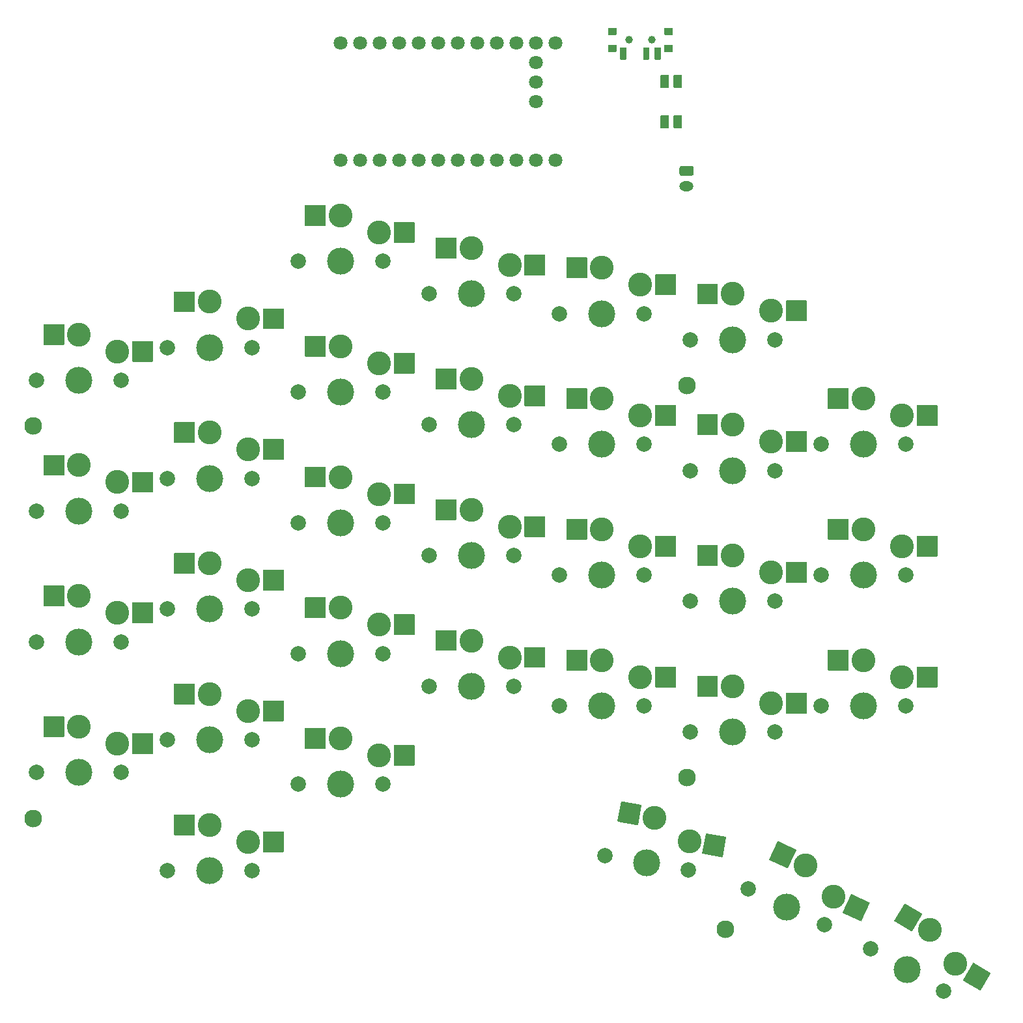
<source format=gbs>
G04 #@! TF.GenerationSoftware,KiCad,Pcbnew,8.0.8+1*
G04 #@! TF.CreationDate,2025-08-10T15:44:02+00:00*
G04 #@! TF.ProjectId,left_pcb,6c656674-5f70-4636-922e-6b696361645f,v0.2*
G04 #@! TF.SameCoordinates,Original*
G04 #@! TF.FileFunction,Soldermask,Bot*
G04 #@! TF.FilePolarity,Negative*
%FSLAX46Y46*%
G04 Gerber Fmt 4.6, Leading zero omitted, Abs format (unit mm)*
G04 Created by KiCad (PCBNEW 8.0.8+1) date 2025-08-10 15:44:02*
%MOMM*%
%LPD*%
G01*
G04 APERTURE LIST*
%ADD10C,1.800000*%
%ADD11C,2.300000*%
%ADD12O,1.850000X1.300000*%
%ADD13C,2.000000*%
%ADD14C,3.100000*%
%ADD15C,3.500000*%
%ADD16C,1.000000*%
G04 APERTURE END LIST*
D10*
X69050000Y-38150000D03*
X71590000Y-38150000D03*
X74130000Y-38150000D03*
X76670000Y-38150000D03*
X79210000Y-38150000D03*
X81750000Y-38150000D03*
X84290000Y-38150000D03*
X86830000Y-38150000D03*
X89370000Y-38150000D03*
X91910000Y-38150000D03*
X94450000Y-38150000D03*
X96990000Y-38150000D03*
X96990000Y-53390000D03*
X94450000Y-53390000D03*
X91910000Y-53390000D03*
X89370000Y-53390000D03*
X86830000Y-53390000D03*
X84290000Y-53390000D03*
X81750000Y-53390000D03*
X79210000Y-53390000D03*
X76670000Y-53390000D03*
X74130000Y-53390000D03*
X71590000Y-53390000D03*
X69050000Y-53390000D03*
X94450000Y-40690000D03*
X94450000Y-43230000D03*
X94450000Y-45770000D03*
D11*
X29050000Y-138950000D03*
G36*
G01*
X113335000Y-54120000D02*
X114665000Y-54120000D01*
G75*
G02*
X114925000Y-54380000I0J-260000D01*
G01*
X114925000Y-55160000D01*
G75*
G02*
X114665000Y-55420000I-260000J0D01*
G01*
X113335000Y-55420000D01*
G75*
G02*
X113075000Y-55160000I0J260000D01*
G01*
X113075000Y-54380000D01*
G75*
G02*
X113335000Y-54120000I260000J0D01*
G01*
G37*
D12*
X114000000Y-56770000D03*
D11*
X114050000Y-82680000D03*
X29050000Y-87950000D03*
X114050000Y-133680000D03*
X119063618Y-153343467D03*
D13*
X80500000Y-70780000D03*
D14*
X86000000Y-64830000D03*
D15*
X86000000Y-70780000D03*
D14*
X91000000Y-67030000D03*
D13*
X91500000Y-70780000D03*
G36*
G01*
X81375000Y-66130000D02*
X81375000Y-63530000D01*
G75*
G02*
X81425000Y-63480000I50000J0D01*
G01*
X84025000Y-63480000D01*
G75*
G02*
X84075000Y-63530000I0J-50000D01*
G01*
X84075000Y-66130000D01*
G75*
G02*
X84025000Y-66180000I-50000J0D01*
G01*
X81425000Y-66180000D01*
G75*
G02*
X81375000Y-66130000I0J50000D01*
G01*
G37*
G36*
G01*
X92925000Y-68330000D02*
X92925000Y-65730000D01*
G75*
G02*
X92975000Y-65680000I50000J0D01*
G01*
X95575000Y-65680000D01*
G75*
G02*
X95625000Y-65730000I0J-50000D01*
G01*
X95625000Y-68330000D01*
G75*
G02*
X95575000Y-68380000I-50000J0D01*
G01*
X92975000Y-68380000D01*
G75*
G02*
X92925000Y-68330000I0J50000D01*
G01*
G37*
X63500000Y-83530000D03*
D14*
X69000000Y-77580000D03*
D15*
X69000000Y-83530000D03*
D14*
X74000000Y-79780000D03*
D13*
X74500000Y-83530000D03*
G36*
G01*
X64375000Y-78880000D02*
X64375000Y-76280000D01*
G75*
G02*
X64425000Y-76230000I50000J0D01*
G01*
X67025000Y-76230000D01*
G75*
G02*
X67075000Y-76280000I0J-50000D01*
G01*
X67075000Y-78880000D01*
G75*
G02*
X67025000Y-78930000I-50000J0D01*
G01*
X64425000Y-78930000D01*
G75*
G02*
X64375000Y-78880000I0J50000D01*
G01*
G37*
G36*
G01*
X75925000Y-81080000D02*
X75925000Y-78480000D01*
G75*
G02*
X75975000Y-78430000I50000J0D01*
G01*
X78575000Y-78430000D01*
G75*
G02*
X78625000Y-78480000I0J-50000D01*
G01*
X78625000Y-81080000D01*
G75*
G02*
X78575000Y-81130000I-50000J0D01*
G01*
X75975000Y-81130000D01*
G75*
G02*
X75925000Y-81080000I0J50000D01*
G01*
G37*
X137930165Y-155900170D03*
D14*
X145668305Y-153497319D03*
D15*
X142693305Y-158650170D03*
D14*
X148898432Y-157902575D03*
D13*
X147456445Y-161400170D03*
G36*
G01*
X141012938Y-152310652D02*
X142312938Y-150058986D01*
G75*
G02*
X142381239Y-150040685I43301J-25000D01*
G01*
X144632905Y-151340685D01*
G75*
G02*
X144651206Y-151408986I-25000J-43301D01*
G01*
X143351206Y-153660652D01*
G75*
G02*
X143282905Y-153678953I-43301J25000D01*
G01*
X141031239Y-152378953D01*
G75*
G02*
X141012938Y-152310652I25000J43301D01*
G01*
G37*
G36*
G01*
X149915531Y-159990908D02*
X151215531Y-157739242D01*
G75*
G02*
X151283832Y-157720941I43301J-25000D01*
G01*
X153535498Y-159020941D01*
G75*
G02*
X153553799Y-159089242I-25000J-43301D01*
G01*
X152253799Y-161340908D01*
G75*
G02*
X152185498Y-161359209I-43301J25000D01*
G01*
X149933832Y-160059209D01*
G75*
G02*
X149915531Y-159990908I25000J43301D01*
G01*
G37*
X114500000Y-76730000D03*
D14*
X120000000Y-70780000D03*
D15*
X120000000Y-76730000D03*
D14*
X125000000Y-72980000D03*
D13*
X125500000Y-76730000D03*
G36*
G01*
X115375000Y-72080000D02*
X115375000Y-69480000D01*
G75*
G02*
X115425000Y-69430000I50000J0D01*
G01*
X118025000Y-69430000D01*
G75*
G02*
X118075000Y-69480000I0J-50000D01*
G01*
X118075000Y-72080000D01*
G75*
G02*
X118025000Y-72130000I-50000J0D01*
G01*
X115425000Y-72130000D01*
G75*
G02*
X115375000Y-72080000I0J50000D01*
G01*
G37*
G36*
G01*
X126925000Y-74280000D02*
X126925000Y-71680000D01*
G75*
G02*
X126975000Y-71630000I50000J0D01*
G01*
X129575000Y-71630000D01*
G75*
G02*
X129625000Y-71680000I0J-50000D01*
G01*
X129625000Y-74280000D01*
G75*
G02*
X129575000Y-74330000I-50000J0D01*
G01*
X126975000Y-74330000D01*
G75*
G02*
X126925000Y-74280000I0J50000D01*
G01*
G37*
X63500000Y-134530000D03*
D14*
X69000000Y-128580000D03*
D15*
X69000000Y-134530000D03*
D14*
X74000000Y-130780000D03*
D13*
X74500000Y-134530000D03*
G36*
G01*
X64375000Y-129880000D02*
X64375000Y-127280000D01*
G75*
G02*
X64425000Y-127230000I50000J0D01*
G01*
X67025000Y-127230000D01*
G75*
G02*
X67075000Y-127280000I0J-50000D01*
G01*
X67075000Y-129880000D01*
G75*
G02*
X67025000Y-129930000I-50000J0D01*
G01*
X64425000Y-129930000D01*
G75*
G02*
X64375000Y-129880000I0J50000D01*
G01*
G37*
G36*
G01*
X75925000Y-132080000D02*
X75925000Y-129480000D01*
G75*
G02*
X75975000Y-129430000I50000J0D01*
G01*
X78575000Y-129430000D01*
G75*
G02*
X78625000Y-129480000I0J-50000D01*
G01*
X78625000Y-132080000D01*
G75*
G02*
X78575000Y-132130000I-50000J0D01*
G01*
X75975000Y-132130000D01*
G75*
G02*
X75925000Y-132080000I0J50000D01*
G01*
G37*
X46500000Y-111750000D03*
D14*
X52000000Y-105800000D03*
D15*
X52000000Y-111750000D03*
D14*
X57000000Y-108000000D03*
D13*
X57500000Y-111750000D03*
G36*
G01*
X47375000Y-107100000D02*
X47375000Y-104500000D01*
G75*
G02*
X47425000Y-104450000I50000J0D01*
G01*
X50025000Y-104450000D01*
G75*
G02*
X50075000Y-104500000I0J-50000D01*
G01*
X50075000Y-107100000D01*
G75*
G02*
X50025000Y-107150000I-50000J0D01*
G01*
X47425000Y-107150000D01*
G75*
G02*
X47375000Y-107100000I0J50000D01*
G01*
G37*
G36*
G01*
X58925000Y-109300000D02*
X58925000Y-106700000D01*
G75*
G02*
X58975000Y-106650000I50000J0D01*
G01*
X61575000Y-106650000D01*
G75*
G02*
X61625000Y-106700000I0J-50000D01*
G01*
X61625000Y-109300000D01*
G75*
G02*
X61575000Y-109350000I-50000J0D01*
G01*
X58975000Y-109350000D01*
G75*
G02*
X58925000Y-109300000I0J50000D01*
G01*
G37*
X97500000Y-107330000D03*
D14*
X103000000Y-101380000D03*
D15*
X103000000Y-107330000D03*
D14*
X108000000Y-103580000D03*
D13*
X108500000Y-107330000D03*
G36*
G01*
X98375000Y-102680000D02*
X98375000Y-100080000D01*
G75*
G02*
X98425000Y-100030000I50000J0D01*
G01*
X101025000Y-100030000D01*
G75*
G02*
X101075000Y-100080000I0J-50000D01*
G01*
X101075000Y-102680000D01*
G75*
G02*
X101025000Y-102730000I-50000J0D01*
G01*
X98425000Y-102730000D01*
G75*
G02*
X98375000Y-102680000I0J50000D01*
G01*
G37*
G36*
G01*
X109925000Y-104880000D02*
X109925000Y-102280000D01*
G75*
G02*
X109975000Y-102230000I50000J0D01*
G01*
X112575000Y-102230000D01*
G75*
G02*
X112625000Y-102280000I0J-50000D01*
G01*
X112625000Y-104880000D01*
G75*
G02*
X112575000Y-104930000I-50000J0D01*
G01*
X109975000Y-104930000D01*
G75*
G02*
X109925000Y-104880000I0J50000D01*
G01*
G37*
X114500000Y-127730000D03*
D14*
X120000000Y-121780000D03*
D15*
X120000000Y-127730000D03*
D14*
X125000000Y-123980000D03*
D13*
X125500000Y-127730000D03*
G36*
G01*
X115375000Y-123080000D02*
X115375000Y-120480000D01*
G75*
G02*
X115425000Y-120430000I50000J0D01*
G01*
X118025000Y-120430000D01*
G75*
G02*
X118075000Y-120480000I0J-50000D01*
G01*
X118075000Y-123080000D01*
G75*
G02*
X118025000Y-123130000I-50000J0D01*
G01*
X115425000Y-123130000D01*
G75*
G02*
X115375000Y-123080000I0J50000D01*
G01*
G37*
G36*
G01*
X126925000Y-125280000D02*
X126925000Y-122680000D01*
G75*
G02*
X126975000Y-122630000I50000J0D01*
G01*
X129575000Y-122630000D01*
G75*
G02*
X129625000Y-122680000I0J-50000D01*
G01*
X129625000Y-125280000D01*
G75*
G02*
X129575000Y-125330000I-50000J0D01*
G01*
X126975000Y-125330000D01*
G75*
G02*
X126925000Y-125280000I0J50000D01*
G01*
G37*
X131500000Y-90330000D03*
D14*
X137000000Y-84380000D03*
D15*
X137000000Y-90330000D03*
D14*
X142000000Y-86580000D03*
D13*
X142500000Y-90330000D03*
G36*
G01*
X132375000Y-85680000D02*
X132375000Y-83080000D01*
G75*
G02*
X132425000Y-83030000I50000J0D01*
G01*
X135025000Y-83030000D01*
G75*
G02*
X135075000Y-83080000I0J-50000D01*
G01*
X135075000Y-85680000D01*
G75*
G02*
X135025000Y-85730000I-50000J0D01*
G01*
X132425000Y-85730000D01*
G75*
G02*
X132375000Y-85680000I0J50000D01*
G01*
G37*
G36*
G01*
X143925000Y-87880000D02*
X143925000Y-85280000D01*
G75*
G02*
X143975000Y-85230000I50000J0D01*
G01*
X146575000Y-85230000D01*
G75*
G02*
X146625000Y-85280000I0J-50000D01*
G01*
X146625000Y-87880000D01*
G75*
G02*
X146575000Y-87930000I-50000J0D01*
G01*
X143975000Y-87930000D01*
G75*
G02*
X143925000Y-87880000I0J50000D01*
G01*
G37*
X131500000Y-107330000D03*
D14*
X137000000Y-101380000D03*
D15*
X137000000Y-107330000D03*
D14*
X142000000Y-103580000D03*
D13*
X142500000Y-107330000D03*
G36*
G01*
X132375000Y-102680000D02*
X132375000Y-100080000D01*
G75*
G02*
X132425000Y-100030000I50000J0D01*
G01*
X135025000Y-100030000D01*
G75*
G02*
X135075000Y-100080000I0J-50000D01*
G01*
X135075000Y-102680000D01*
G75*
G02*
X135025000Y-102730000I-50000J0D01*
G01*
X132425000Y-102730000D01*
G75*
G02*
X132375000Y-102680000I0J50000D01*
G01*
G37*
G36*
G01*
X143925000Y-104880000D02*
X143925000Y-102280000D01*
G75*
G02*
X143975000Y-102230000I50000J0D01*
G01*
X146575000Y-102230000D01*
G75*
G02*
X146625000Y-102280000I0J-50000D01*
G01*
X146625000Y-104880000D01*
G75*
G02*
X146575000Y-104930000I-50000J0D01*
G01*
X143975000Y-104930000D01*
G75*
G02*
X143925000Y-104880000I0J50000D01*
G01*
G37*
X46500000Y-77750000D03*
D14*
X52000000Y-71800000D03*
D15*
X52000000Y-77750000D03*
D14*
X57000000Y-74000000D03*
D13*
X57500000Y-77750000D03*
G36*
G01*
X47375000Y-73100000D02*
X47375000Y-70500000D01*
G75*
G02*
X47425000Y-70450000I50000J0D01*
G01*
X50025000Y-70450000D01*
G75*
G02*
X50075000Y-70500000I0J-50000D01*
G01*
X50075000Y-73100000D01*
G75*
G02*
X50025000Y-73150000I-50000J0D01*
G01*
X47425000Y-73150000D01*
G75*
G02*
X47375000Y-73100000I0J50000D01*
G01*
G37*
G36*
G01*
X58925000Y-75300000D02*
X58925000Y-72700000D01*
G75*
G02*
X58975000Y-72650000I50000J0D01*
G01*
X61575000Y-72650000D01*
G75*
G02*
X61625000Y-72700000I0J-50000D01*
G01*
X61625000Y-75300000D01*
G75*
G02*
X61575000Y-75350000I-50000J0D01*
G01*
X58975000Y-75350000D01*
G75*
G02*
X58925000Y-75300000I0J50000D01*
G01*
G37*
X121986035Y-148141114D03*
D14*
X129485307Y-145072983D03*
D15*
X126970728Y-150465514D03*
D14*
X133087085Y-149179951D03*
D13*
X131955421Y-152789914D03*
G36*
G01*
X124744230Y-144296573D02*
X125843038Y-141940173D01*
G75*
G02*
X125909484Y-141915989I45315J-21131D01*
G01*
X128265884Y-143014797D01*
G75*
G02*
X128290068Y-143081243I-21131J-45315D01*
G01*
X127191260Y-145437643D01*
G75*
G02*
X127124814Y-145461827I-45315J21131D01*
G01*
X124768414Y-144363019D01*
G75*
G02*
X124744230Y-144296573I21131J45315D01*
G01*
G37*
G36*
G01*
X134282324Y-151171691D02*
X135381132Y-148815291D01*
G75*
G02*
X135447578Y-148791107I45315J-21131D01*
G01*
X137803978Y-149889915D01*
G75*
G02*
X137828162Y-149956361I-21131J-45315D01*
G01*
X136729354Y-152312761D01*
G75*
G02*
X136662908Y-152336945I-45315J21131D01*
G01*
X134306508Y-151238137D01*
G75*
G02*
X134282324Y-151171691I21131J45315D01*
G01*
G37*
X80500000Y-104780000D03*
D14*
X86000000Y-98830000D03*
D15*
X86000000Y-104780000D03*
D14*
X91000000Y-101030000D03*
D13*
X91500000Y-104780000D03*
G36*
G01*
X81375000Y-100130000D02*
X81375000Y-97530000D01*
G75*
G02*
X81425000Y-97480000I50000J0D01*
G01*
X84025000Y-97480000D01*
G75*
G02*
X84075000Y-97530000I0J-50000D01*
G01*
X84075000Y-100130000D01*
G75*
G02*
X84025000Y-100180000I-50000J0D01*
G01*
X81425000Y-100180000D01*
G75*
G02*
X81375000Y-100130000I0J50000D01*
G01*
G37*
G36*
G01*
X92925000Y-102330000D02*
X92925000Y-99730000D01*
G75*
G02*
X92975000Y-99680000I50000J0D01*
G01*
X95575000Y-99680000D01*
G75*
G02*
X95625000Y-99730000I0J-50000D01*
G01*
X95625000Y-102330000D01*
G75*
G02*
X95575000Y-102380000I-50000J0D01*
G01*
X92975000Y-102380000D01*
G75*
G02*
X92925000Y-102330000I0J50000D01*
G01*
G37*
X80500000Y-121780000D03*
D14*
X86000000Y-115830000D03*
D15*
X86000000Y-121780000D03*
D14*
X91000000Y-118030000D03*
D13*
X91500000Y-121780000D03*
G36*
G01*
X81375000Y-117130000D02*
X81375000Y-114530000D01*
G75*
G02*
X81425000Y-114480000I50000J0D01*
G01*
X84025000Y-114480000D01*
G75*
G02*
X84075000Y-114530000I0J-50000D01*
G01*
X84075000Y-117130000D01*
G75*
G02*
X84025000Y-117180000I-50000J0D01*
G01*
X81425000Y-117180000D01*
G75*
G02*
X81375000Y-117130000I0J50000D01*
G01*
G37*
G36*
G01*
X92925000Y-119330000D02*
X92925000Y-116730000D01*
G75*
G02*
X92975000Y-116680000I50000J0D01*
G01*
X95575000Y-116680000D01*
G75*
G02*
X95625000Y-116730000I0J-50000D01*
G01*
X95625000Y-119330000D01*
G75*
G02*
X95575000Y-119380000I-50000J0D01*
G01*
X92975000Y-119380000D01*
G75*
G02*
X92925000Y-119330000I0J50000D01*
G01*
G37*
X131500000Y-124330000D03*
D14*
X137000000Y-118380000D03*
D15*
X137000000Y-124330000D03*
D14*
X142000000Y-120580000D03*
D13*
X142500000Y-124330000D03*
G36*
G01*
X132375000Y-119680000D02*
X132375000Y-117080000D01*
G75*
G02*
X132425000Y-117030000I50000J0D01*
G01*
X135025000Y-117030000D01*
G75*
G02*
X135075000Y-117080000I0J-50000D01*
G01*
X135075000Y-119680000D01*
G75*
G02*
X135025000Y-119730000I-50000J0D01*
G01*
X132425000Y-119730000D01*
G75*
G02*
X132375000Y-119680000I0J50000D01*
G01*
G37*
G36*
G01*
X143925000Y-121880000D02*
X143925000Y-119280000D01*
G75*
G02*
X143975000Y-119230000I50000J0D01*
G01*
X146575000Y-119230000D01*
G75*
G02*
X146625000Y-119280000I0J-50000D01*
G01*
X146625000Y-121880000D01*
G75*
G02*
X146575000Y-121930000I-50000J0D01*
G01*
X143975000Y-121930000D01*
G75*
G02*
X143925000Y-121880000I0J50000D01*
G01*
G37*
X29500000Y-116000000D03*
D14*
X35000000Y-110050000D03*
D15*
X35000000Y-116000000D03*
D14*
X40000000Y-112250000D03*
D13*
X40500000Y-116000000D03*
G36*
G01*
X30375000Y-111350000D02*
X30375000Y-108750000D01*
G75*
G02*
X30425000Y-108700000I50000J0D01*
G01*
X33025000Y-108700000D01*
G75*
G02*
X33075000Y-108750000I0J-50000D01*
G01*
X33075000Y-111350000D01*
G75*
G02*
X33025000Y-111400000I-50000J0D01*
G01*
X30425000Y-111400000D01*
G75*
G02*
X30375000Y-111350000I0J50000D01*
G01*
G37*
G36*
G01*
X41925000Y-113550000D02*
X41925000Y-110950000D01*
G75*
G02*
X41975000Y-110900000I50000J0D01*
G01*
X44575000Y-110900000D01*
G75*
G02*
X44625000Y-110950000I0J-50000D01*
G01*
X44625000Y-113550000D01*
G75*
G02*
X44575000Y-113600000I-50000J0D01*
G01*
X41975000Y-113600000D01*
G75*
G02*
X41925000Y-113550000I0J50000D01*
G01*
G37*
X63500000Y-117530000D03*
D14*
X69000000Y-111580000D03*
D15*
X69000000Y-117530000D03*
D14*
X74000000Y-113780000D03*
D13*
X74500000Y-117530000D03*
G36*
G01*
X64375000Y-112880000D02*
X64375000Y-110280000D01*
G75*
G02*
X64425000Y-110230000I50000J0D01*
G01*
X67025000Y-110230000D01*
G75*
G02*
X67075000Y-110280000I0J-50000D01*
G01*
X67075000Y-112880000D01*
G75*
G02*
X67025000Y-112930000I-50000J0D01*
G01*
X64425000Y-112930000D01*
G75*
G02*
X64375000Y-112880000I0J50000D01*
G01*
G37*
G36*
G01*
X75925000Y-115080000D02*
X75925000Y-112480000D01*
G75*
G02*
X75975000Y-112430000I50000J0D01*
G01*
X78575000Y-112430000D01*
G75*
G02*
X78625000Y-112480000I0J-50000D01*
G01*
X78625000Y-115080000D01*
G75*
G02*
X78575000Y-115130000I-50000J0D01*
G01*
X75975000Y-115130000D01*
G75*
G02*
X75925000Y-115080000I0J50000D01*
G01*
G37*
X97500000Y-90330000D03*
D14*
X103000000Y-84380000D03*
D15*
X103000000Y-90330000D03*
D14*
X108000000Y-86580000D03*
D13*
X108500000Y-90330000D03*
G36*
G01*
X98375000Y-85680000D02*
X98375000Y-83080000D01*
G75*
G02*
X98425000Y-83030000I50000J0D01*
G01*
X101025000Y-83030000D01*
G75*
G02*
X101075000Y-83080000I0J-50000D01*
G01*
X101075000Y-85680000D01*
G75*
G02*
X101025000Y-85730000I-50000J0D01*
G01*
X98425000Y-85730000D01*
G75*
G02*
X98375000Y-85680000I0J50000D01*
G01*
G37*
G36*
G01*
X109925000Y-87880000D02*
X109925000Y-85280000D01*
G75*
G02*
X109975000Y-85230000I50000J0D01*
G01*
X112575000Y-85230000D01*
G75*
G02*
X112625000Y-85280000I0J-50000D01*
G01*
X112625000Y-87880000D01*
G75*
G02*
X112575000Y-87930000I-50000J0D01*
G01*
X109975000Y-87930000D01*
G75*
G02*
X109925000Y-87880000I0J50000D01*
G01*
G37*
X46500000Y-145750000D03*
D14*
X52000000Y-139800000D03*
D15*
X52000000Y-145750000D03*
D14*
X57000000Y-142000000D03*
D13*
X57500000Y-145750000D03*
G36*
G01*
X47375000Y-141100000D02*
X47375000Y-138500000D01*
G75*
G02*
X47425000Y-138450000I50000J0D01*
G01*
X50025000Y-138450000D01*
G75*
G02*
X50075000Y-138500000I0J-50000D01*
G01*
X50075000Y-141100000D01*
G75*
G02*
X50025000Y-141150000I-50000J0D01*
G01*
X47425000Y-141150000D01*
G75*
G02*
X47375000Y-141100000I0J50000D01*
G01*
G37*
G36*
G01*
X58925000Y-143300000D02*
X58925000Y-140700000D01*
G75*
G02*
X58975000Y-140650000I50000J0D01*
G01*
X61575000Y-140650000D01*
G75*
G02*
X61625000Y-140700000I0J-50000D01*
G01*
X61625000Y-143300000D01*
G75*
G02*
X61575000Y-143350000I-50000J0D01*
G01*
X58975000Y-143350000D01*
G75*
G02*
X58925000Y-143300000I0J50000D01*
G01*
G37*
G36*
G01*
X103800000Y-39255000D02*
X103800000Y-38455000D01*
G75*
G02*
X103850000Y-38405000I50000J0D01*
G01*
X104850000Y-38405000D01*
G75*
G02*
X104900000Y-38455000I0J-50000D01*
G01*
X104900000Y-39255000D01*
G75*
G02*
X104850000Y-39305000I-50000J0D01*
G01*
X103850000Y-39305000D01*
G75*
G02*
X103800000Y-39255000I0J50000D01*
G01*
G37*
G36*
G01*
X111100000Y-39255000D02*
X111100000Y-38455000D01*
G75*
G02*
X111150000Y-38405000I50000J0D01*
G01*
X112150000Y-38405000D01*
G75*
G02*
X112200000Y-38455000I0J-50000D01*
G01*
X112200000Y-39255000D01*
G75*
G02*
X112150000Y-39305000I-50000J0D01*
G01*
X111150000Y-39305000D01*
G75*
G02*
X111100000Y-39255000I0J50000D01*
G01*
G37*
D16*
X106500000Y-37745000D03*
X109500000Y-37745000D03*
G36*
G01*
X103800000Y-37045000D02*
X103800000Y-36245000D01*
G75*
G02*
X103850000Y-36195000I50000J0D01*
G01*
X104850000Y-36195000D01*
G75*
G02*
X104900000Y-36245000I0J-50000D01*
G01*
X104900000Y-37045000D01*
G75*
G02*
X104850000Y-37095000I-50000J0D01*
G01*
X103850000Y-37095000D01*
G75*
G02*
X103800000Y-37045000I0J50000D01*
G01*
G37*
G36*
G01*
X111100000Y-37045000D02*
X111100000Y-36245000D01*
G75*
G02*
X111150000Y-36195000I50000J0D01*
G01*
X112150000Y-36195000D01*
G75*
G02*
X112200000Y-36245000I0J-50000D01*
G01*
X112200000Y-37045000D01*
G75*
G02*
X112150000Y-37095000I-50000J0D01*
G01*
X111150000Y-37095000D01*
G75*
G02*
X111100000Y-37045000I0J50000D01*
G01*
G37*
G36*
G01*
X105350000Y-40255000D02*
X105350000Y-38755000D01*
G75*
G02*
X105400000Y-38705000I50000J0D01*
G01*
X106100000Y-38705000D01*
G75*
G02*
X106150000Y-38755000I0J-50000D01*
G01*
X106150000Y-40255000D01*
G75*
G02*
X106100000Y-40305000I-50000J0D01*
G01*
X105400000Y-40305000D01*
G75*
G02*
X105350000Y-40255000I0J50000D01*
G01*
G37*
G36*
G01*
X108350000Y-40255000D02*
X108350000Y-38755000D01*
G75*
G02*
X108400000Y-38705000I50000J0D01*
G01*
X109100000Y-38705000D01*
G75*
G02*
X109150000Y-38755000I0J-50000D01*
G01*
X109150000Y-40255000D01*
G75*
G02*
X109100000Y-40305000I-50000J0D01*
G01*
X108400000Y-40305000D01*
G75*
G02*
X108350000Y-40255000I0J50000D01*
G01*
G37*
G36*
G01*
X109850000Y-40255000D02*
X109850000Y-38755000D01*
G75*
G02*
X109900000Y-38705000I50000J0D01*
G01*
X110600000Y-38705000D01*
G75*
G02*
X110650000Y-38755000I0J-50000D01*
G01*
X110650000Y-40255000D01*
G75*
G02*
X110600000Y-40305000I-50000J0D01*
G01*
X109900000Y-40305000D01*
G75*
G02*
X109850000Y-40255000I0J50000D01*
G01*
G37*
D13*
X97500000Y-73330000D03*
D14*
X103000000Y-67380000D03*
D15*
X103000000Y-73330000D03*
D14*
X108000000Y-69580000D03*
D13*
X108500000Y-73330000D03*
G36*
G01*
X98375000Y-68680000D02*
X98375000Y-66080000D01*
G75*
G02*
X98425000Y-66030000I50000J0D01*
G01*
X101025000Y-66030000D01*
G75*
G02*
X101075000Y-66080000I0J-50000D01*
G01*
X101075000Y-68680000D01*
G75*
G02*
X101025000Y-68730000I-50000J0D01*
G01*
X98425000Y-68730000D01*
G75*
G02*
X98375000Y-68680000I0J50000D01*
G01*
G37*
G36*
G01*
X109925000Y-70880000D02*
X109925000Y-68280000D01*
G75*
G02*
X109975000Y-68230000I50000J0D01*
G01*
X112575000Y-68230000D01*
G75*
G02*
X112625000Y-68280000I0J-50000D01*
G01*
X112625000Y-70880000D01*
G75*
G02*
X112575000Y-70930000I-50000J0D01*
G01*
X109975000Y-70930000D01*
G75*
G02*
X109925000Y-70880000I0J50000D01*
G01*
G37*
X63500000Y-66530000D03*
D14*
X69000000Y-60580000D03*
D15*
X69000000Y-66530000D03*
D14*
X74000000Y-62780000D03*
D13*
X74500000Y-66530000D03*
G36*
G01*
X64375000Y-61880000D02*
X64375000Y-59280000D01*
G75*
G02*
X64425000Y-59230000I50000J0D01*
G01*
X67025000Y-59230000D01*
G75*
G02*
X67075000Y-59280000I0J-50000D01*
G01*
X67075000Y-61880000D01*
G75*
G02*
X67025000Y-61930000I-50000J0D01*
G01*
X64425000Y-61930000D01*
G75*
G02*
X64375000Y-61880000I0J50000D01*
G01*
G37*
G36*
G01*
X75925000Y-64080000D02*
X75925000Y-61480000D01*
G75*
G02*
X75975000Y-61430000I50000J0D01*
G01*
X78575000Y-61430000D01*
G75*
G02*
X78625000Y-61480000I0J-50000D01*
G01*
X78625000Y-64080000D01*
G75*
G02*
X78575000Y-64130000I-50000J0D01*
G01*
X75975000Y-64130000D01*
G75*
G02*
X75925000Y-64080000I0J50000D01*
G01*
G37*
X29500000Y-82000000D03*
D14*
X35000000Y-76050000D03*
D15*
X35000000Y-82000000D03*
D14*
X40000000Y-78250000D03*
D13*
X40500000Y-82000000D03*
G36*
G01*
X30375000Y-77350000D02*
X30375000Y-74750000D01*
G75*
G02*
X30425000Y-74700000I50000J0D01*
G01*
X33025000Y-74700000D01*
G75*
G02*
X33075000Y-74750000I0J-50000D01*
G01*
X33075000Y-77350000D01*
G75*
G02*
X33025000Y-77400000I-50000J0D01*
G01*
X30425000Y-77400000D01*
G75*
G02*
X30375000Y-77350000I0J50000D01*
G01*
G37*
G36*
G01*
X41925000Y-79550000D02*
X41925000Y-76950000D01*
G75*
G02*
X41975000Y-76900000I50000J0D01*
G01*
X44575000Y-76900000D01*
G75*
G02*
X44625000Y-76950000I0J-50000D01*
G01*
X44625000Y-79550000D01*
G75*
G02*
X44575000Y-79600000I-50000J0D01*
G01*
X41975000Y-79600000D01*
G75*
G02*
X41925000Y-79550000I0J50000D01*
G01*
G37*
X29500000Y-99000000D03*
D14*
X35000000Y-93050000D03*
D15*
X35000000Y-99000000D03*
D14*
X40000000Y-95250000D03*
D13*
X40500000Y-99000000D03*
G36*
G01*
X30375000Y-94350000D02*
X30375000Y-91750000D01*
G75*
G02*
X30425000Y-91700000I50000J0D01*
G01*
X33025000Y-91700000D01*
G75*
G02*
X33075000Y-91750000I0J-50000D01*
G01*
X33075000Y-94350000D01*
G75*
G02*
X33025000Y-94400000I-50000J0D01*
G01*
X30425000Y-94400000D01*
G75*
G02*
X30375000Y-94350000I0J50000D01*
G01*
G37*
G36*
G01*
X41925000Y-96550000D02*
X41925000Y-93950000D01*
G75*
G02*
X41975000Y-93900000I50000J0D01*
G01*
X44575000Y-93900000D01*
G75*
G02*
X44625000Y-93950000I0J-50000D01*
G01*
X44625000Y-96550000D01*
G75*
G02*
X44575000Y-96600000I-50000J0D01*
G01*
X41975000Y-96600000D01*
G75*
G02*
X41925000Y-96550000I0J50000D01*
G01*
G37*
X114500000Y-93730000D03*
D14*
X120000000Y-87780000D03*
D15*
X120000000Y-93730000D03*
D14*
X125000000Y-89980000D03*
D13*
X125500000Y-93730000D03*
G36*
G01*
X115375000Y-89080000D02*
X115375000Y-86480000D01*
G75*
G02*
X115425000Y-86430000I50000J0D01*
G01*
X118025000Y-86430000D01*
G75*
G02*
X118075000Y-86480000I0J-50000D01*
G01*
X118075000Y-89080000D01*
G75*
G02*
X118025000Y-89130000I-50000J0D01*
G01*
X115425000Y-89130000D01*
G75*
G02*
X115375000Y-89080000I0J50000D01*
G01*
G37*
G36*
G01*
X126925000Y-91280000D02*
X126925000Y-88680000D01*
G75*
G02*
X126975000Y-88630000I50000J0D01*
G01*
X129575000Y-88630000D01*
G75*
G02*
X129625000Y-88680000I0J-50000D01*
G01*
X129625000Y-91280000D01*
G75*
G02*
X129575000Y-91330000I-50000J0D01*
G01*
X126975000Y-91330000D01*
G75*
G02*
X126925000Y-91280000I0J50000D01*
G01*
G37*
X63500000Y-100530000D03*
D14*
X69000000Y-94580000D03*
D15*
X69000000Y-100530000D03*
D14*
X74000000Y-96780000D03*
D13*
X74500000Y-100530000D03*
G36*
G01*
X64375000Y-95880000D02*
X64375000Y-93280000D01*
G75*
G02*
X64425000Y-93230000I50000J0D01*
G01*
X67025000Y-93230000D01*
G75*
G02*
X67075000Y-93280000I0J-50000D01*
G01*
X67075000Y-95880000D01*
G75*
G02*
X67025000Y-95930000I-50000J0D01*
G01*
X64425000Y-95930000D01*
G75*
G02*
X64375000Y-95880000I0J50000D01*
G01*
G37*
G36*
G01*
X75925000Y-98080000D02*
X75925000Y-95480000D01*
G75*
G02*
X75975000Y-95430000I50000J0D01*
G01*
X78575000Y-95430000D01*
G75*
G02*
X78625000Y-95480000I0J-50000D01*
G01*
X78625000Y-98080000D01*
G75*
G02*
X78575000Y-98130000I-50000J0D01*
G01*
X75975000Y-98130000D01*
G75*
G02*
X75925000Y-98080000I0J50000D01*
G01*
G37*
X46500000Y-128750000D03*
D14*
X52000000Y-122800000D03*
D15*
X52000000Y-128750000D03*
D14*
X57000000Y-125000000D03*
D13*
X57500000Y-128750000D03*
G36*
G01*
X47375000Y-124100000D02*
X47375000Y-121500000D01*
G75*
G02*
X47425000Y-121450000I50000J0D01*
G01*
X50025000Y-121450000D01*
G75*
G02*
X50075000Y-121500000I0J-50000D01*
G01*
X50075000Y-124100000D01*
G75*
G02*
X50025000Y-124150000I-50000J0D01*
G01*
X47425000Y-124150000D01*
G75*
G02*
X47375000Y-124100000I0J50000D01*
G01*
G37*
G36*
G01*
X58925000Y-126300000D02*
X58925000Y-123700000D01*
G75*
G02*
X58975000Y-123650000I50000J0D01*
G01*
X61575000Y-123650000D01*
G75*
G02*
X61625000Y-123700000I0J-50000D01*
G01*
X61625000Y-126300000D01*
G75*
G02*
X61575000Y-126350000I-50000J0D01*
G01*
X58975000Y-126350000D01*
G75*
G02*
X58925000Y-126300000I0J50000D01*
G01*
G37*
G36*
G01*
X113350000Y-43970000D02*
X112350000Y-43970000D01*
G75*
G02*
X112300000Y-43920000I0J50000D01*
G01*
X112300000Y-42370000D01*
G75*
G02*
X112350000Y-42320000I50000J0D01*
G01*
X113350000Y-42320000D01*
G75*
G02*
X113400000Y-42370000I0J-50000D01*
G01*
X113400000Y-43920000D01*
G75*
G02*
X113350000Y-43970000I-50000J0D01*
G01*
G37*
G36*
G01*
X111650000Y-43970000D02*
X110650000Y-43970000D01*
G75*
G02*
X110600000Y-43920000I0J50000D01*
G01*
X110600000Y-42370000D01*
G75*
G02*
X110650000Y-42320000I50000J0D01*
G01*
X111650000Y-42320000D01*
G75*
G02*
X111700000Y-42370000I0J-50000D01*
G01*
X111700000Y-43920000D01*
G75*
G02*
X111650000Y-43970000I-50000J0D01*
G01*
G37*
G36*
G01*
X113350000Y-49220000D02*
X112350000Y-49220000D01*
G75*
G02*
X112300000Y-49170000I0J50000D01*
G01*
X112300000Y-47620000D01*
G75*
G02*
X112350000Y-47570000I50000J0D01*
G01*
X113350000Y-47570000D01*
G75*
G02*
X113400000Y-47620000I0J-50000D01*
G01*
X113400000Y-49170000D01*
G75*
G02*
X113350000Y-49220000I-50000J0D01*
G01*
G37*
G36*
G01*
X111650000Y-49220000D02*
X110650000Y-49220000D01*
G75*
G02*
X110600000Y-49170000I0J50000D01*
G01*
X110600000Y-47620000D01*
G75*
G02*
X110650000Y-47570000I50000J0D01*
G01*
X111650000Y-47570000D01*
G75*
G02*
X111700000Y-47620000I0J-50000D01*
G01*
X111700000Y-49170000D01*
G75*
G02*
X111650000Y-49220000I-50000J0D01*
G01*
G37*
X46500000Y-94750000D03*
D14*
X52000000Y-88800000D03*
D15*
X52000000Y-94750000D03*
D14*
X57000000Y-91000000D03*
D13*
X57500000Y-94750000D03*
G36*
G01*
X47375000Y-90100000D02*
X47375000Y-87500000D01*
G75*
G02*
X47425000Y-87450000I50000J0D01*
G01*
X50025000Y-87450000D01*
G75*
G02*
X50075000Y-87500000I0J-50000D01*
G01*
X50075000Y-90100000D01*
G75*
G02*
X50025000Y-90150000I-50000J0D01*
G01*
X47425000Y-90150000D01*
G75*
G02*
X47375000Y-90100000I0J50000D01*
G01*
G37*
G36*
G01*
X58925000Y-92300000D02*
X58925000Y-89700000D01*
G75*
G02*
X58975000Y-89650000I50000J0D01*
G01*
X61575000Y-89650000D01*
G75*
G02*
X61625000Y-89700000I0J-50000D01*
G01*
X61625000Y-92300000D01*
G75*
G02*
X61575000Y-92350000I-50000J0D01*
G01*
X58975000Y-92350000D01*
G75*
G02*
X58925000Y-92300000I0J50000D01*
G01*
G37*
X80500000Y-87780000D03*
D14*
X86000000Y-81830000D03*
D15*
X86000000Y-87780000D03*
D14*
X91000000Y-84030000D03*
D13*
X91500000Y-87780000D03*
G36*
G01*
X81375000Y-83130000D02*
X81375000Y-80530000D01*
G75*
G02*
X81425000Y-80480000I50000J0D01*
G01*
X84025000Y-80480000D01*
G75*
G02*
X84075000Y-80530000I0J-50000D01*
G01*
X84075000Y-83130000D01*
G75*
G02*
X84025000Y-83180000I-50000J0D01*
G01*
X81425000Y-83180000D01*
G75*
G02*
X81375000Y-83130000I0J50000D01*
G01*
G37*
G36*
G01*
X92925000Y-85330000D02*
X92925000Y-82730000D01*
G75*
G02*
X92975000Y-82680000I50000J0D01*
G01*
X95575000Y-82680000D01*
G75*
G02*
X95625000Y-82730000I0J-50000D01*
G01*
X95625000Y-85330000D01*
G75*
G02*
X95575000Y-85380000I-50000J0D01*
G01*
X92975000Y-85380000D01*
G75*
G02*
X92925000Y-85330000I0J50000D01*
G01*
G37*
X97500000Y-124330000D03*
D14*
X103000000Y-118380000D03*
D15*
X103000000Y-124330000D03*
D14*
X108000000Y-120580000D03*
D13*
X108500000Y-124330000D03*
G36*
G01*
X98375000Y-119680000D02*
X98375000Y-117080000D01*
G75*
G02*
X98425000Y-117030000I50000J0D01*
G01*
X101025000Y-117030000D01*
G75*
G02*
X101075000Y-117080000I0J-50000D01*
G01*
X101075000Y-119680000D01*
G75*
G02*
X101025000Y-119730000I-50000J0D01*
G01*
X98425000Y-119730000D01*
G75*
G02*
X98375000Y-119680000I0J50000D01*
G01*
G37*
G36*
G01*
X109925000Y-121880000D02*
X109925000Y-119280000D01*
G75*
G02*
X109975000Y-119230000I50000J0D01*
G01*
X112575000Y-119230000D01*
G75*
G02*
X112625000Y-119280000I0J-50000D01*
G01*
X112625000Y-121880000D01*
G75*
G02*
X112575000Y-121930000I-50000J0D01*
G01*
X109975000Y-121930000D01*
G75*
G02*
X109925000Y-121880000I0J50000D01*
G01*
G37*
X29500000Y-133000000D03*
D14*
X35000000Y-127050000D03*
D15*
X35000000Y-133000000D03*
D14*
X40000000Y-129250000D03*
D13*
X40500000Y-133000000D03*
G36*
G01*
X30375000Y-128350000D02*
X30375000Y-125750000D01*
G75*
G02*
X30425000Y-125700000I50000J0D01*
G01*
X33025000Y-125700000D01*
G75*
G02*
X33075000Y-125750000I0J-50000D01*
G01*
X33075000Y-128350000D01*
G75*
G02*
X33025000Y-128400000I-50000J0D01*
G01*
X30425000Y-128400000D01*
G75*
G02*
X30375000Y-128350000I0J50000D01*
G01*
G37*
G36*
G01*
X41925000Y-130550000D02*
X41925000Y-127950000D01*
G75*
G02*
X41975000Y-127900000I50000J0D01*
G01*
X44575000Y-127900000D01*
G75*
G02*
X44625000Y-127950000I0J-50000D01*
G01*
X44625000Y-130550000D01*
G75*
G02*
X44575000Y-130600000I-50000J0D01*
G01*
X41975000Y-130600000D01*
G75*
G02*
X41925000Y-130550000I0J50000D01*
G01*
G37*
X114500000Y-110730000D03*
D14*
X120000000Y-104780000D03*
D15*
X120000000Y-110730000D03*
D14*
X125000000Y-106980000D03*
D13*
X125500000Y-110730000D03*
G36*
G01*
X115375000Y-106080000D02*
X115375000Y-103480000D01*
G75*
G02*
X115425000Y-103430000I50000J0D01*
G01*
X118025000Y-103430000D01*
G75*
G02*
X118075000Y-103480000I0J-50000D01*
G01*
X118075000Y-106080000D01*
G75*
G02*
X118025000Y-106130000I-50000J0D01*
G01*
X115425000Y-106130000D01*
G75*
G02*
X115375000Y-106080000I0J50000D01*
G01*
G37*
G36*
G01*
X126925000Y-108280000D02*
X126925000Y-105680000D01*
G75*
G02*
X126975000Y-105630000I50000J0D01*
G01*
X129575000Y-105630000D01*
G75*
G02*
X129625000Y-105680000I0J-50000D01*
G01*
X129625000Y-108280000D01*
G75*
G02*
X129575000Y-108330000I-50000J0D01*
G01*
X126975000Y-108330000D01*
G75*
G02*
X126925000Y-108280000I0J50000D01*
G01*
G37*
X103363557Y-143774935D03*
D14*
X109813207Y-138870394D03*
D15*
X108780000Y-144730000D03*
D14*
X114355219Y-141905212D03*
D13*
X114196443Y-145685065D03*
G36*
G01*
X105032728Y-139347521D02*
X105484214Y-136787021D01*
G75*
G02*
X105542136Y-136746463I49240J-8682D01*
G01*
X108102636Y-137197949D01*
G75*
G02*
X108143194Y-137255871I-8682J-49240D01*
G01*
X107691708Y-139816371D01*
G75*
G02*
X107633786Y-139856929I-49240J8682D01*
G01*
X105073286Y-139405443D01*
G75*
G02*
X105032728Y-139347521I8682J49240D01*
G01*
G37*
G36*
G01*
X116025232Y-143519735D02*
X116476718Y-140959235D01*
G75*
G02*
X116534640Y-140918677I49240J-8682D01*
G01*
X119095140Y-141370163D01*
G75*
G02*
X119135698Y-141428085I-8682J-49240D01*
G01*
X118684212Y-143988585D01*
G75*
G02*
X118626290Y-144029143I-49240J8682D01*
G01*
X116065790Y-143577657D01*
G75*
G02*
X116025232Y-143519735I8682J49240D01*
G01*
G37*
M02*

</source>
